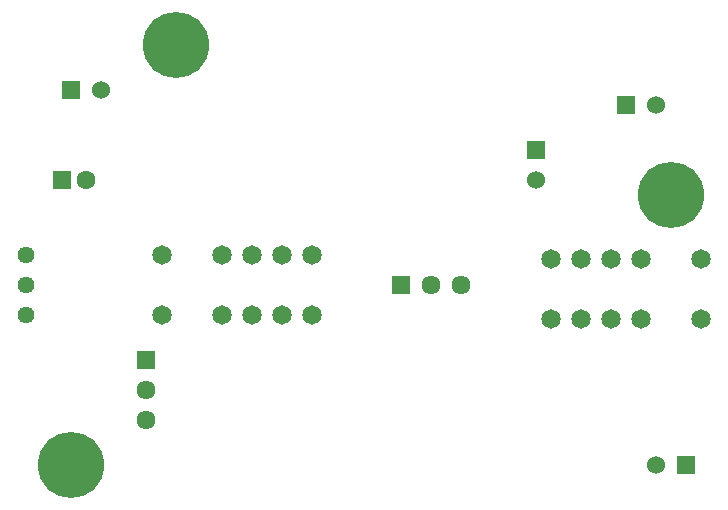
<source format=gbr>
%TF.GenerationSoftware,KiCad,Pcbnew,7.0.2*%
%TF.CreationDate,2023-06-01T11:44:41+02:00*%
%TF.ProjectId,AMS & IMD Reset,414d5320-2620-4494-9d44-205265736574,rev?*%
%TF.SameCoordinates,Original*%
%TF.FileFunction,Soldermask,Bot*%
%TF.FilePolarity,Negative*%
%FSLAX46Y46*%
G04 Gerber Fmt 4.6, Leading zero omitted, Abs format (unit mm)*
G04 Created by KiCad (PCBNEW 7.0.2) date 2023-06-01 11:44:41*
%MOMM*%
%LPD*%
G01*
G04 APERTURE LIST*
%ADD10C,5.600000*%
%ADD11R,1.530000X1.530000*%
%ADD12C,1.530000*%
%ADD13R,1.610000X1.610000*%
%ADD14C,1.610000*%
%ADD15C,1.650000*%
%ADD16R,1.600000X1.600000*%
%ADD17C,1.600000*%
%ADD18C,1.440000*%
G04 APERTURE END LIST*
D10*
%TO.C,*%
X127000000Y-115290000D03*
%TD*%
%TO.C,*%
X177800000Y-92430000D03*
%TD*%
%TO.C,*%
X135890000Y-79730000D03*
%TD*%
D11*
%TO.C,J3*%
X173990000Y-84810000D03*
D12*
X176530000Y-84810000D03*
%TD*%
D13*
%TO.C,J1*%
X133350000Y-106400000D03*
D14*
X133350000Y-108940000D03*
X133350000Y-111480000D03*
%TD*%
D15*
%TO.C,K3*%
X180340000Y-97891905D03*
X175260000Y-97891905D03*
X172720000Y-97891905D03*
X170180000Y-97891905D03*
X167640000Y-97891905D03*
X167640000Y-102971905D03*
X170180000Y-102971905D03*
X172720000Y-102971905D03*
X175260000Y-102971905D03*
X180340000Y-102971905D03*
%TD*%
D11*
%TO.C,J5*%
X179070000Y-115290000D03*
D12*
X176530000Y-115290000D03*
%TD*%
D16*
%TO.C,C1*%
X126270000Y-91160000D03*
D17*
X128270000Y-91160000D03*
%TD*%
D11*
%TO.C,J6*%
X166370000Y-88620000D03*
D12*
X166370000Y-91160000D03*
%TD*%
D15*
%TO.C,K2*%
X134731500Y-102590000D03*
X139811500Y-102590000D03*
X142351500Y-102590000D03*
X144891500Y-102590000D03*
X147431500Y-102590000D03*
X147431500Y-97510000D03*
X144891500Y-97510000D03*
X142351500Y-97510000D03*
X139811500Y-97510000D03*
X134731500Y-97510000D03*
%TD*%
D13*
%TO.C,J2*%
X154940000Y-100050000D03*
D14*
X157480000Y-100050000D03*
X160020000Y-100050000D03*
%TD*%
D11*
%TO.C,J4*%
X127000000Y-83540000D03*
D12*
X129540000Y-83540000D03*
%TD*%
D18*
%TO.C,U1*%
X123190000Y-97570000D03*
X123190000Y-100110000D03*
X123190000Y-102650000D03*
%TD*%
M02*

</source>
